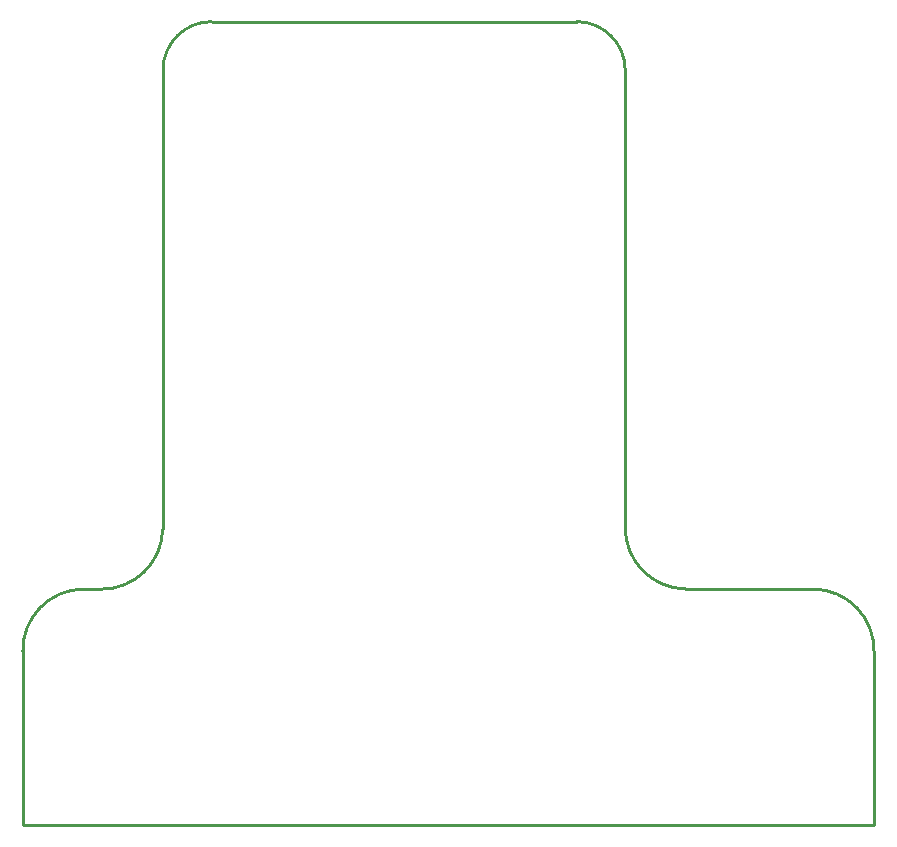
<source format=gko>
G04 Layer_Color=16711935*
%FSAX24Y24*%
%MOIN*%
G70*
G01*
G75*
%ADD10C,0.0100*%
D10*
X014470Y017130D02*
G03*
X016542Y019130I000036J002036D01*
G01*
X031960Y019210D02*
G03*
X033960Y017138I002036J-000036D01*
G01*
X040250Y015060D02*
G03*
X038250Y017132I-002036J000036D01*
G01*
X013880D02*
G03*
X011880Y015060I000036J-002036D01*
G01*
X018171Y036049D02*
G03*
X016550Y034428I000000J-001621D01*
G01*
X031960Y034426D02*
G03*
X030337Y036049I-001623J000000D01*
G01*
X013882Y017130D02*
X014470D01*
X033960Y017132D02*
X038250D01*
X040255Y009258D02*
Y015060D01*
X018171Y036049D02*
X018356D01*
X016550Y019130D02*
Y034428D01*
X018356Y036049D02*
X030337D01*
X031960Y019210D02*
Y034426D01*
X011880Y009258D02*
Y015163D01*
Y009258D02*
X012274D01*
X040255D01*
M02*

</source>
